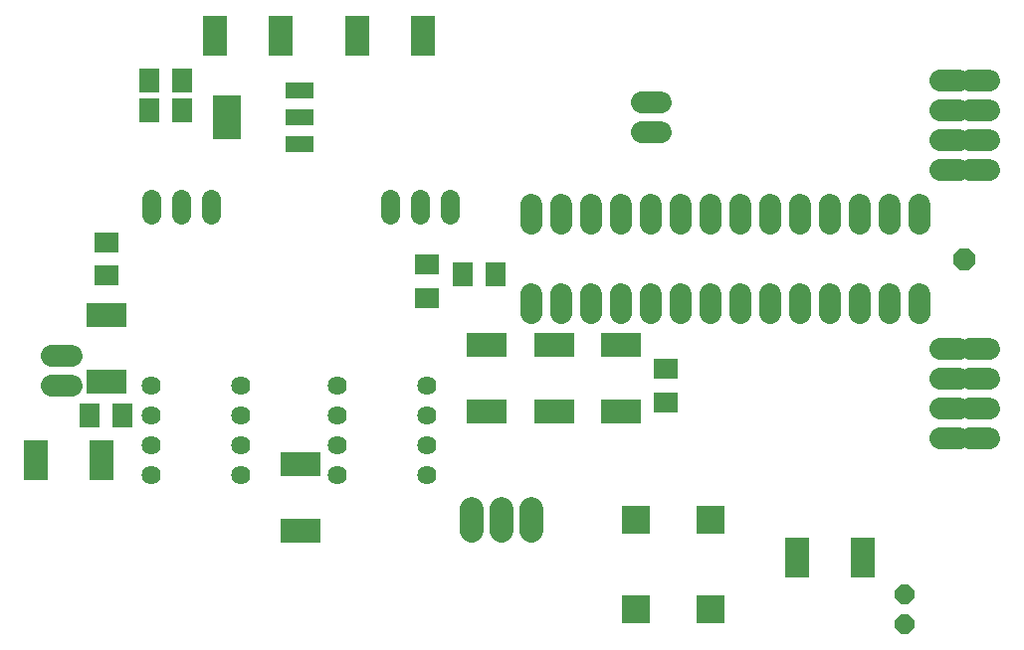
<source format=gbs>
G75*
%MOIN*%
%OFA0B0*%
%FSLAX25Y25*%
%IPPOS*%
%LPD*%
%AMOC8*
5,1,8,0,0,1.08239X$1,22.5*
%
%ADD10R,0.07887X0.07099*%
%ADD11R,0.07099X0.07887*%
%ADD12R,0.09600X0.05600*%
%ADD13R,0.09461X0.14973*%
%ADD14C,0.06400*%
%ADD15C,0.07200*%
%ADD16OC8,0.06400*%
%ADD17R,0.13398X0.07887*%
%ADD18C,0.06400*%
%ADD19R,0.07887X0.13398*%
%ADD20R,0.09658X0.09658*%
%ADD21C,0.07924*%
%ADD22OC8,0.07200*%
D10*
X0199700Y0134188D03*
X0199700Y0145212D03*
X0279700Y0110212D03*
X0279700Y0099188D03*
X0092200Y0141688D03*
X0092200Y0152712D03*
D11*
X0106688Y0197200D03*
X0117712Y0197200D03*
X0117712Y0207200D03*
X0106688Y0207200D03*
X0211688Y0142200D03*
X0222712Y0142200D03*
X0097712Y0094700D03*
X0086688Y0094700D03*
D12*
X0156900Y0185600D03*
X0156900Y0194700D03*
X0156900Y0203800D03*
D13*
X0132499Y0194700D03*
D14*
X0107200Y0074700D03*
X0107200Y0084700D03*
X0107200Y0094700D03*
X0107200Y0104700D03*
X0137200Y0104700D03*
X0137200Y0094700D03*
X0137200Y0084700D03*
X0137200Y0074700D03*
X0169700Y0074700D03*
X0169700Y0084700D03*
X0169700Y0094700D03*
X0169700Y0104700D03*
X0199700Y0104700D03*
X0199700Y0094700D03*
X0199700Y0084700D03*
X0199700Y0074700D03*
D15*
X0234700Y0129000D02*
X0234700Y0135400D01*
X0244700Y0135400D02*
X0244700Y0129000D01*
X0254700Y0129000D02*
X0254700Y0135400D01*
X0264700Y0135400D02*
X0264700Y0129000D01*
X0274700Y0129000D02*
X0274700Y0135400D01*
X0284700Y0135400D02*
X0284700Y0129000D01*
X0294700Y0129000D02*
X0294700Y0135400D01*
X0304700Y0135400D02*
X0304700Y0129000D01*
X0314700Y0129000D02*
X0314700Y0135400D01*
X0324700Y0135400D02*
X0324700Y0129000D01*
X0334700Y0129000D02*
X0334700Y0135400D01*
X0344700Y0135400D02*
X0344700Y0129000D01*
X0354700Y0129000D02*
X0354700Y0135400D01*
X0364700Y0135400D02*
X0364700Y0129000D01*
X0371500Y0117200D02*
X0377900Y0117200D01*
X0381500Y0117200D02*
X0387900Y0117200D01*
X0387900Y0107200D02*
X0381500Y0107200D01*
X0377900Y0107200D02*
X0371500Y0107200D01*
X0371500Y0097200D02*
X0377900Y0097200D01*
X0381500Y0097200D02*
X0387900Y0097200D01*
X0387900Y0087200D02*
X0381500Y0087200D01*
X0377900Y0087200D02*
X0371500Y0087200D01*
X0364700Y0159000D02*
X0364700Y0165400D01*
X0354700Y0165400D02*
X0354700Y0159000D01*
X0344700Y0159000D02*
X0344700Y0165400D01*
X0334700Y0165400D02*
X0334700Y0159000D01*
X0324700Y0159000D02*
X0324700Y0165400D01*
X0314700Y0165400D02*
X0314700Y0159000D01*
X0304700Y0159000D02*
X0304700Y0165400D01*
X0294700Y0165400D02*
X0294700Y0159000D01*
X0284700Y0159000D02*
X0284700Y0165400D01*
X0274700Y0165400D02*
X0274700Y0159000D01*
X0264700Y0159000D02*
X0264700Y0165400D01*
X0254700Y0165400D02*
X0254700Y0159000D01*
X0244700Y0159000D02*
X0244700Y0165400D01*
X0234700Y0165400D02*
X0234700Y0159000D01*
X0271500Y0189700D02*
X0277900Y0189700D01*
X0277900Y0199700D02*
X0271500Y0199700D01*
X0371500Y0197200D02*
X0377900Y0197200D01*
X0381500Y0197200D02*
X0387900Y0197200D01*
X0387900Y0187200D02*
X0381500Y0187200D01*
X0377900Y0187200D02*
X0371500Y0187200D01*
X0371500Y0177200D02*
X0377900Y0177200D01*
X0381500Y0177200D02*
X0387900Y0177200D01*
X0387900Y0207200D02*
X0381500Y0207200D01*
X0377900Y0207200D02*
X0371500Y0207200D01*
X0080400Y0114700D02*
X0074000Y0114700D01*
X0074000Y0104700D02*
X0080400Y0104700D01*
D16*
X0359700Y0034700D03*
X0359700Y0024700D03*
D17*
X0264700Y0096176D03*
X0242200Y0096176D03*
X0219700Y0096176D03*
X0219700Y0118224D03*
X0242200Y0118224D03*
X0264700Y0118224D03*
X0157200Y0078224D03*
X0157200Y0056176D03*
X0092200Y0106176D03*
X0092200Y0128224D03*
D18*
X0107200Y0161900D02*
X0107200Y0167500D01*
X0117200Y0167500D02*
X0117200Y0161900D01*
X0127200Y0161900D02*
X0127200Y0167500D01*
X0187200Y0167500D02*
X0187200Y0161900D01*
X0197200Y0161900D02*
X0197200Y0167500D01*
X0207200Y0167500D02*
X0207200Y0161900D01*
D19*
X0198224Y0222200D03*
X0176176Y0222200D03*
X0150724Y0222200D03*
X0128676Y0222200D03*
X0090724Y0079700D03*
X0068676Y0079700D03*
X0323676Y0047200D03*
X0345724Y0047200D03*
D20*
X0294700Y0059700D03*
X0269700Y0059700D03*
X0269700Y0029700D03*
X0294700Y0029700D03*
D21*
X0234700Y0056138D02*
X0234700Y0063262D01*
X0224700Y0063262D02*
X0224700Y0056138D01*
X0214700Y0056138D02*
X0214700Y0063262D01*
D22*
X0379700Y0147200D03*
M02*

</source>
